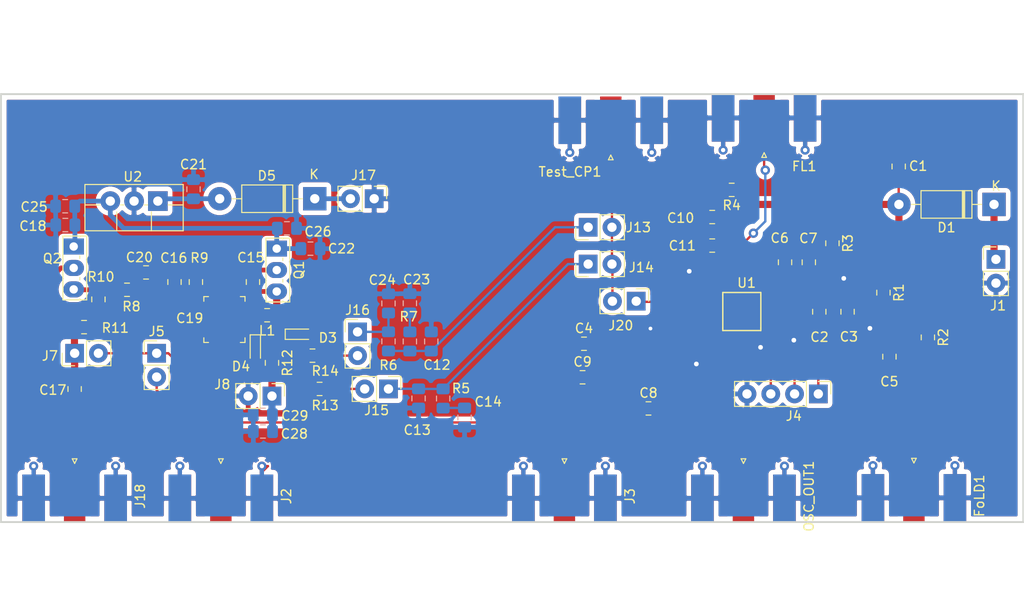
<source format=kicad_pcb>
(kicad_pcb (version 20171130) (host pcbnew "(5.1.5-0-10_14)")
  (layers (0 F.Cu signal) (31 B.Cu signal) (34 B.Paste user) (35 F.Paste user) (36 B.SilkS user) (37 F.SilkS user) (38 B.Mask user) (39 F.Mask user) (44 Edge.Cuts user))
  (net 0 "")
  (net 1 GND)
  (net 2 "Net-(C4-Pad1)")
  (net 3 "Net-(C8-Pad1)")
  (net 4 "Net-(C9-Pad2)")
  (net 5 PLL_Power)
  (net 6 "Net-(C12-Pad2)")
  (net 7 "Net-(C15-Pad1)")
  (net 8 "Net-(C15-Pad2)")
  (net 9 8V)
  (net 10 "Net-(C20-Pad2)")
  (net 11 "Net-(C21-Pad1)")
  (net 12 "Net-(D1-Pad1)")
  (net 13 "Net-(D3-Pad1)")
  (net 14 "Net-(D5-Pad1)")
  (net 15 "Net-(J2-Pad1)")
  (net 16 "Net-(J13-Pad2)")
  (net 17 V_uC)
  (net 18 Vp)
  (net 19 Vcc)
  (net 20 CE)
  (net 21 F_IN)
  (net 22 OSC_IN)
  (net 23 CPo)
  (net 24 LE)
  (net 25 Data)
  (net 26 FL)
  (net 27 FoLD)
  (net 28 OSC_OUT)
  (net 29 Clock)
  (net 30 "Net-(C13-Pad1)")
  (net 31 "Net-(C14-Pad1)")
  (net 32 "Net-(C17-Pad2)")
  (net 33 "Net-(C17-Pad1)")
  (net 34 "Net-(Q2-Pad3)")
  (net 35 "Net-(C23-Pad1)")
  (net 36 "Net-(C24-Pad1)")
  (net 37 "Net-(J15-Pad2)")
  (net 38 "Net-(J16-Pad2)")
  (net 39 "Net-(C28-Pad2)")
  (module Capacitor_SMD:C_0805_2012Metric_Pad1.15x1.40mm_HandSolder (layer B.Cu) (at 106.7308 112.2426)
    (fp_text reference C28 (at 3.3528 0.254) (layer F.SilkS))
    (fp_text value 100pF)
    (pad 2 smd roundrect (at 1.025 0) (size 1.15 1.4) (layers B.Cu B.Paste B.Mask) (roundrect_rratio 0.217391) (net 39 "Net-(C28-Pad2)"))
    (pad 1 smd roundrect (at -1.025 0) (size 1.15 1.4) (layers B.Cu B.Paste B.Mask) (roundrect_rratio 0.217391) (net 1 GND))
  )
  (module Capacitor_SMD:C_0805_2012Metric_Pad1.15x1.40mm_HandSolder (layer B.Cu) (at 106.7218 110.4646)
    (fp_text reference C29 (at 3.4126 0.1016) (layer F.SilkS))
    (fp_text value 100nF)
    (pad 1 smd roundrect (at -1.025 0) (size 1.15 1.4) (layers B.Cu B.Paste B.Mask) (roundrect_rratio 0.217391) (net 1 GND))
    (pad 2 smd roundrect (at 1.025 0) (size 1.15 1.4) (layers B.Cu B.Paste B.Mask) (roundrect_rratio 0.217391) (net 39 "Net-(C28-Pad2)"))
  )
  (module Capacitor_SMD:C_0805_2012Metric_Pad1.15x1.40mm_HandSolder (layer B.Cu) (at 109.2925 90.5383 180)
    (fp_text reference C26 (at -3.3184 -0.3556 180) (layer F.SilkS))
    (fp_text value 100pF)
    (pad 2 smd roundrect (at 1.025 0 180) (size 1.15 1.4) (layers B.Cu B.Paste B.Mask) (roundrect_rratio 0.217391) (net 9 8V))
    (pad 1 smd roundrect (at -1.025 0 180) (size 1.15 1.4) (layers B.Cu B.Paste B.Mask) (roundrect_rratio 0.217391) (net 1 GND))
  )
  (module Capacitor_SMD:C_0805_2012Metric_Pad1.15x1.40mm_HandSolder (layer B.Cu) (at 85.6017 88.1761)
    (fp_text reference C25 (at -3.3184 0.0762) (layer F.SilkS))
    (fp_text value 100pF)
    (pad 1 smd roundrect (at -1.025 0) (size 1.15 1.4) (layers B.Cu B.Paste B.Mask) (roundrect_rratio 0.217391) (net 1 GND))
    (pad 2 smd roundrect (at 1.025 0) (size 1.15 1.4) (layers B.Cu B.Paste B.Mask) (roundrect_rratio 0.217391) (net 9 8V))
  )
  (module Resistor_SMD:R_0805_2012Metric_Pad1.15x1.40mm_HandSolder (layer F.Cu) (at 112.023 104.14 180)
    (fp_text reference R14 (at -1.3626 -1.6383 180) (layer F.SilkS))
    (fp_text value 0k)
    (pad 2 smd roundrect (at 1.025 0 180) (size 1.15 1.4) (layers F.Cu F.Paste F.Mask) (roundrect_rratio 0.217391) (net 13 "Net-(D3-Pad1)"))
    (pad 1 smd roundrect (at -1.025 0 180) (size 1.15 1.4) (layers F.Cu F.Paste F.Mask) (roundrect_rratio 0.217391) (net 38 "Net-(J16-Pad2)"))
  )
  (module Resistor_SMD:R_0805_2012Metric_Pad1.15x1.40mm_HandSolder (layer F.Cu) (at 112.785 107.696)
    (fp_text reference R13 (at 0.5879 1.7653) (layer F.SilkS))
    (fp_text value 0k)
    (pad 1 smd roundrect (at -1.025 0) (size 1.15 1.4) (layers F.Cu F.Paste F.Mask) (roundrect_rratio 0.217391) (net 13 "Net-(D3-Pad1)"))
    (pad 2 smd roundrect (at 1.025 0) (size 1.15 1.4) (layers F.Cu F.Paste F.Mask) (roundrect_rratio 0.217391) (net 37 "Net-(J15-Pad2)"))
  )
  (module Resistor_SMD:R_0805_2012Metric_Pad1.15x1.40mm_HandSolder (layer F.Cu) (at 89.154 98.1292 270)
    (fp_text reference R10 (at -2.4093 -0.2667) (layer F.SilkS))
    (fp_text value 100k)
    (pad 1 smd roundrect (at -1.025 0 270) (size 1.15 1.4) (layers F.Cu F.Paste F.Mask) (roundrect_rratio 0.217391) (net 34 "Net-(Q2-Pad3)"))
    (pad 2 smd roundrect (at 1.025 0 270) (size 1.15 1.4) (layers F.Cu F.Paste F.Mask) (roundrect_rratio 0.217391) (net 1 GND))
  )
  (module Resistor_SMD:R_0805_2012Metric_Pad1.15x1.40mm_HandSolder (layer F.Cu) (at 107.696 104.911 270)
    (fp_text reference R12 (at 0 -1.65 270) (layer F.SilkS))
    (fp_text value 1k)
    (pad 1 smd roundrect (at -1.025 0 270) (size 1.15 1.4) (layers F.Cu F.Paste F.Mask) (roundrect_rratio 0.217391) (net 13 "Net-(D3-Pad1)"))
    (pad 2 smd roundrect (at 1.025 0 270) (size 1.15 1.4) (layers F.Cu F.Paste F.Mask) (roundrect_rratio 0.217391) (net 39 "Net-(C28-Pad2)"))
  )
  (module Capacitor_SMD:C_0805_2012Metric_Pad1.15x1.40mm_HandSolder (layer B.Cu) (at 120.142 98.561 90)
    (fp_text reference C24 (at 2.4982 -0.6604 180) (layer F.SilkS))
    (fp_text value 220nF)
    (pad 2 smd roundrect (at 1.025 0 90) (size 1.15 1.4) (layers B.Cu B.Paste B.Mask) (roundrect_rratio 0.217391) (net 1 GND))
    (pad 1 smd roundrect (at -1.025 0 90) (size 1.15 1.4) (layers B.Cu B.Paste B.Mask) (roundrect_rratio 0.217391) (net 36 "Net-(C24-Pad1)"))
  )
  (module Capacitor_SMD:C_0805_2012Metric_Pad1.15x1.40mm_HandSolder (layer B.Cu) (at 122.428 98.543 90)
    (fp_text reference C23 (at 2.531 0.7239 180) (layer F.SilkS))
    (fp_text value 80nF)
    (pad 1 smd roundrect (at -1.025 0 90) (size 1.15 1.4) (layers B.Cu B.Paste B.Mask) (roundrect_rratio 0.217391) (net 35 "Net-(C23-Pad1)"))
    (pad 2 smd roundrect (at 1.025 0 90) (size 1.15 1.4) (layers B.Cu B.Paste B.Mask) (roundrect_rratio 0.217391) (net 1 GND))
  )
  (module Capacitor_SMD:C_Trimmer_Murata_TZB4-B (layer F.Cu) (at 102.616 100.282 270)
    (fp_text reference C19 (at -0.1425 3.7084) (layer F.SilkS))
    (fp_text value "TZB4Z100BA10R00 ")
    (pad 1 smd rect (at -3 0 270) (size 2 1.6) (layers F.Cu F.Paste F.Mask) (net 8 "Net-(C15-Pad2)"))
    (pad 2 smd rect (at 3 0 270) (size 2 1.6) (layers F.Cu F.Paste F.Mask) (net 1 GND))
  )
  (module Resistor_SMD:R_0805_2012Metric_Pad1.15x1.40mm_HandSolder (layer B.Cu) (at 122.428 102.625 270)
    (fp_text reference R7 (at -2.6453 0.127 180) (layer F.SilkS))
    (fp_text value 62k)
    (pad 1 smd roundrect (at -1.025 0 270) (size 1.15 1.4) (layers B.Cu B.Paste B.Mask) (roundrect_rratio 0.217391) (net 35 "Net-(C23-Pad1)"))
    (pad 2 smd roundrect (at 1.025 0 270) (size 1.15 1.4) (layers B.Cu B.Paste B.Mask) (roundrect_rratio 0.217391) (net 6 "Net-(C12-Pad2)"))
  )
  (module Resistor_SMD:R_0805_2012Metric_Pad1.15x1.40mm_HandSolder (layer F.Cu) (at 92.211 97.1042)
    (fp_text reference R8 (at 0.4736 1.7907) (layer F.SilkS))
    (fp_text value "1 Ohm")
    (pad 2 smd roundrect (at 1.025 0) (size 1.15 1.4) (layers F.Cu F.Paste F.Mask) (roundrect_rratio 0.217391) (net 10 "Net-(C20-Pad2)"))
    (pad 1 smd roundrect (at -1.025 0) (size 1.15 1.4) (layers F.Cu F.Paste F.Mask) (roundrect_rratio 0.217391) (net 34 "Net-(Q2-Pad3)"))
  )
  (module Capacitor_SMD:C_0805_2012Metric_Pad1.15x1.40mm_HandSolder (layer F.Cu) (at 86.614 107.705 270)
    (fp_text reference C17 (at 0.1053 2.3368) (layer F.SilkS))
    (fp_text value 100nF)
    (pad 2 smd roundrect (at 1.025 0 270) (size 1.15 1.4) (layers F.Cu F.Paste F.Mask) (roundrect_rratio 0.217391) (net 32 "Net-(C17-Pad2)"))
    (pad 1 smd roundrect (at -1.025 0 270) (size 1.15 1.4) (layers F.Cu F.Paste F.Mask) (roundrect_rratio 0.217391) (net 33 "Net-(C17-Pad1)"))
  )
  (module Capacitor_SMD:C_0805_2012Metric_Pad1.15x1.40mm_HandSolder (layer B.Cu) (at 128.27 110.753 270)
    (fp_text reference C14 (at -1.6854 -2.5273) (layer F.SilkS))
    (fp_text value C)
    (pad 1 smd roundrect (at -1.025 0 270) (size 1.15 1.4) (layers B.Cu B.Paste B.Mask) (roundrect_rratio 0.217391) (net 31 "Net-(C14-Pad1)"))
    (pad 2 smd roundrect (at 1.025 0 270) (size 1.15 1.4) (layers B.Cu B.Paste B.Mask) (roundrect_rratio 0.217391) (net 1 GND))
  )
  (module Package_TO_SOT_THT:TO-251-3_Vertical (layer F.Cu) (at 86.5124 92.4814 270)
    (fp_text reference Q2 (at 1.2827 2.2987) (layer F.SilkS))
    (fp_text value "2N5486 JFET")
    (pad 3 thru_hole oval (at 4.58 0 270) (size 1.7175 2.2) (drill 0.9) (layers *.Cu *.Mask) (net 34 "Net-(Q2-Pad3)"))
    (pad 2 thru_hole oval (at 2.29 0 270) (size 1.7175 2.2) (drill 0.9) (layers *.Cu *.Mask) (net 33 "Net-(C17-Pad1)"))
    (pad 1 thru_hole rect (at 0 0 270) (size 1.7175 2.2) (drill 0.9) (layers *.Cu *.Mask) (net 9 8V))
  )
  (module Package_TO_SOT_THT:TO-251-3_Vertical (layer F.Cu) (at 108.204 92.706 270)
    (fp_text reference Q1 (at 2.29 -2.39 270) (layer F.SilkS))
    (fp_text value "2N5486 JFET")
    (pad 1 thru_hole rect (at 0 0 270) (size 1.7 2.2) (drill 0.9) (layers *.Cu *.Mask) (net 9 8V))
    (pad 2 thru_hole oval (at 2.29 0 270) (size 1.7 2.2) (drill 0.9) (layers *.Cu *.Mask) (net 7 "Net-(C15-Pad1)"))
    (pad 3 thru_hole oval (at 4.58 0 270) (size 1.7 2.2) (drill 0.9) (layers *.Cu *.Mask) (net 8 "Net-(C15-Pad2)"))
  )
  (module Connector_Coaxial:SMA_Molex_73251-1153_EdgeMount_Horizontal (layer F.Cu) (at 176.276 117.6092 90)
    (fp_text reference FoLD1 (at -1.5 7 90) (layer F.SilkS))
    (fp_text value Conn_Coaxial)
    (pad 2 smd rect (at 1.27 4.38 90) (size 0.95 0.46) (layers B.Cu) (net 1 GND))
    (pad 2 smd rect (at 1.27 -4.38 90) (size 0.95 0.46) (layers B.Cu) (net 1 GND))
    (pad 2 smd rect (at 1.27 4.38 90) (size 0.95 0.46) (layers F.Cu) (net 1 GND))
    (pad 2 smd rect (at 1.27 -4.38 90) (size 0.95 0.46) (layers F.Cu) (net 1 GND))
    (pad 2 thru_hole circle (at 1.72 4.38 90) (size 0.97 0.97) (drill 0.46) (layers *.Cu) (net 1 GND))
    (pad 2 thru_hole circle (at 1.72 -4.38 90) (size 0.97 0.97) (drill 0.46) (layers *.Cu) (net 1 GND))
    (pad 2 smd rect (at -1.72 4.38 90) (size 5.08 2.42) (layers B.Cu B.Paste B.Mask) (net 1 GND))
    (pad 2 smd rect (at -1.72 -4.38 90) (size 5.08 2.42) (layers B.Cu B.Paste B.Mask) (net 1 GND))
    (pad 2 smd rect (at -1.72 4.38 90) (size 5.08 2.42) (layers F.Cu F.Paste F.Mask) (net 1 GND))
    (pad 2 smd rect (at -1.72 -4.38 90) (size 5.08 2.42) (layers F.Cu F.Paste F.Mask) (net 1 GND))
    (pad 1 smd rect (at -1.72 0 90) (size 5.08 2.29) (layers F.Cu F.Paste F.Mask) (net 27 FoLD))
  )
  (module Connector_Coaxial:SMA_Molex_73251-1153_EdgeMount_Horizontal (layer F.Cu) (at 160.274 80.46 270)
    (fp_text reference FL1 (at 3.45652 -4.28244) (layer F.SilkS))
    (fp_text value Conn_Coaxial)
    (pad 1 smd rect (at -1.72 0 270) (size 5.08 2.29) (layers F.Cu F.Paste F.Mask) (net 26 FL))
    (pad 2 smd rect (at -1.72 -4.38 270) (size 5.08 2.42) (layers F.Cu F.Paste F.Mask) (net 1 GND))
    (pad 2 smd rect (at -1.72 4.38 270) (size 5.08 2.42) (layers F.Cu F.Paste F.Mask) (net 1 GND))
    (pad 2 smd rect (at -1.72 -4.38 270) (size 5.08 2.42) (layers B.Cu B.Paste B.Mask) (net 1 GND))
    (pad 2 smd rect (at -1.72 4.38 270) (size 5.08 2.42) (layers B.Cu B.Paste B.Mask) (net 1 GND))
    (pad 2 thru_hole circle (at 1.72 -4.38 270) (size 0.97 0.97) (drill 0.46) (layers *.Cu) (net 1 GND))
    (pad 2 thru_hole circle (at 1.72 4.38 270) (size 0.97 0.97) (drill 0.46) (layers *.Cu) (net 1 GND))
    (pad 2 smd rect (at 1.27 -4.38 270) (size 0.95 0.46) (layers F.Cu) (net 1 GND))
    (pad 2 smd rect (at 1.27 4.38 270) (size 0.95 0.46) (layers F.Cu) (net 1 GND))
    (pad 2 smd rect (at 1.27 -4.38 270) (size 0.95 0.46) (layers B.Cu) (net 1 GND))
    (pad 2 smd rect (at 1.27 4.38 270) (size 0.95 0.46) (layers B.Cu) (net 1 GND))
  )
  (module Connector_Coaxial:SMA_Molex_73251-1153_EdgeMount_Horizontal (layer F.Cu) (at 143.891 80.714 270)
    (fp_text reference Test_CP1 (at 3.78672 4.35356) (layer F.SilkS))
    (fp_text value Conn_Coaxial)
    (pad 2 smd rect (at 1.27 4.38 270) (size 0.95 0.46) (layers B.Cu) (net 1 GND))
    (pad 2 smd rect (at 1.27 -4.38 270) (size 0.95 0.46) (layers B.Cu) (net 1 GND))
    (pad 2 smd rect (at 1.27 4.38 270) (size 0.95 0.46) (layers F.Cu) (net 1 GND))
    (pad 2 smd rect (at 1.27 -4.38 270) (size 0.95 0.46) (layers F.Cu) (net 1 GND))
    (pad 2 thru_hole circle (at 1.72 4.38 270) (size 0.97 0.97) (drill 0.46) (layers *.Cu) (net 1 GND))
    (pad 2 thru_hole circle (at 1.72 -4.38 270) (size 0.97 0.97) (drill 0.46) (layers *.Cu) (net 1 GND))
    (pad 2 smd rect (at -1.72 4.38 270) (size 5.08 2.42) (layers B.Cu B.Paste B.Mask) (net 1 GND))
    (pad 2 smd rect (at -1.72 -4.38 270) (size 5.08 2.42) (layers B.Cu B.Paste B.Mask) (net 1 GND))
    (pad 2 smd rect (at -1.72 4.38 270) (size 5.08 2.42) (layers F.Cu F.Paste F.Mask) (net 1 GND))
    (pad 2 smd rect (at -1.72 -4.38 270) (size 5.08 2.42) (layers F.Cu F.Paste F.Mask) (net 1 GND))
    (pad 1 smd rect (at -1.72 0 270) (size 5.08 2.29) (layers F.Cu F.Paste F.Mask) (net 16 "Net-(J13-Pad2)"))
  )
  (module Connector_Coaxial:SMA_Molex_73251-1153_EdgeMount_Horizontal (layer F.Cu) (at 158.0642 117.66 90)
    (fp_text reference OSC_OUT1 (at -1.5 7 90) (layer F.SilkS))
    (fp_text value Conn_Coaxial)
    (pad 1 smd rect (at -1.72 0 90) (size 5.08 2.29) (layers F.Cu F.Paste F.Mask) (net 28 OSC_OUT))
    (pad 2 smd rect (at -1.72 -4.38 90) (size 5.08 2.42) (layers F.Cu F.Paste F.Mask) (net 1 GND))
    (pad 2 smd rect (at -1.72 4.38 90) (size 5.08 2.42) (layers F.Cu F.Paste F.Mask) (net 1 GND))
    (pad 2 smd rect (at -1.72 -4.38 90) (size 5.08 2.42) (layers B.Cu B.Paste B.Mask) (net 1 GND))
    (pad 2 smd rect (at -1.72 4.38 90) (size 5.08 2.42) (layers B.Cu B.Paste B.Mask) (net 1 GND))
    (pad 2 thru_hole circle (at 1.72 -4.38 90) (size 0.97 0.97) (drill 0.46) (layers *.Cu) (net 1 GND))
    (pad 2 thru_hole circle (at 1.72 4.38 90) (size 0.97 0.97) (drill 0.46) (layers *.Cu) (net 1 GND))
    (pad 2 smd rect (at 1.27 -4.38 90) (size 0.95 0.46) (layers F.Cu) (net 1 GND))
    (pad 2 smd rect (at 1.27 4.38 90) (size 0.95 0.46) (layers F.Cu) (net 1 GND))
    (pad 2 smd rect (at 1.27 -4.38 90) (size 0.95 0.46) (layers B.Cu) (net 1 GND))
    (pad 2 smd rect (at 1.27 4.38 90) (size 0.95 0.46) (layers B.Cu) (net 1 GND))
  )
  (module Capacitor_SMD:C_0805_2012Metric_Pad1.15x1.40mm_HandSolder (layer F.Cu) (at 174.6504 83.9306 270)
    (fp_text reference C1 (at -0.04456 -2.0828) (layer F.SilkS))
    (fp_text value C)
    (pad 1 smd roundrect (at -1.025 0 270) (size 1.15 1.4) (layers F.Cu F.Paste F.Mask) (roundrect_rratio 0.217391) (net 1 GND))
    (pad 2 smd roundrect (at 1.025 0 270) (size 1.15 1.4) (layers F.Cu F.Paste F.Mask) (roundrect_rratio 0.217391) (net 5 PLL_Power))
  )
  (module Capacitor_SMD:C_0805_2012Metric_Pad1.15x1.40mm_HandSolder (layer F.Cu) (at 166.1668 99.45 90)
    (fp_text reference C2 (at -2.7088 0.02032 180) (layer F.SilkS))
    (fp_text value 100nF)
    (pad 1 smd roundrect (at -1.025 0 90) (size 1.15 1.4) (layers F.Cu F.Paste F.Mask) (roundrect_rratio 0.217391) (net 1 GND))
    (pad 2 smd roundrect (at 1.025 0 90) (size 1.15 1.4) (layers F.Cu F.Paste F.Mask) (roundrect_rratio 0.217391) (net 17 V_uC))
  )
  (module Capacitor_SMD:C_0805_2012Metric_Pad1.15x1.40mm_HandSolder (layer F.Cu) (at 169.1894 99.45 90)
    (fp_text reference C3 (at -2.67324 0.14224 180) (layer F.SilkS))
    (fp_text value 100pF)
    (pad 2 smd roundrect (at 1.025 0 90) (size 1.15 1.4) (layers F.Cu F.Paste F.Mask) (roundrect_rratio 0.217391) (net 17 V_uC))
    (pad 1 smd roundrect (at -1.025 0 90) (size 1.15 1.4) (layers F.Cu F.Paste F.Mask) (roundrect_rratio 0.217391) (net 1 GND))
  )
  (module Capacitor_SMD:C_0805_2012Metric_Pad1.15x1.40mm_HandSolder (layer F.Cu) (at 141.0298 102.87)
    (fp_text reference C4 (at 0 -1.65) (layer F.SilkS))
    (fp_text value 1000pF)
    (pad 2 smd roundrect (at 1.025 0) (size 1.15 1.4) (layers F.Cu F.Paste F.Mask) (roundrect_rratio 0.217391) (net 21 F_IN))
    (pad 1 smd roundrect (at -1.025 0) (size 1.15 1.4) (layers F.Cu F.Paste F.Mask) (roundrect_rratio 0.217391) (net 2 "Net-(C4-Pad1)"))
  )
  (module Capacitor_SMD:C_0805_2012Metric_Pad1.15x1.40mm_HandSolder (layer F.Cu) (at 173.6598 104.2506 90)
    (fp_text reference C5 (at -2.66308 -0.00508 180) (layer F.SilkS))
    (fp_text value 100nF)
    (pad 2 smd roundrect (at 1.025 0 90) (size 1.15 1.4) (layers F.Cu F.Paste F.Mask) (roundrect_rratio 0.217391) (net 20 CE))
    (pad 1 smd roundrect (at -1.025 0 90) (size 1.15 1.4) (layers F.Cu F.Paste F.Mask) (roundrect_rratio 0.217391) (net 1 GND))
  )
  (module Capacitor_SMD:C_0805_2012Metric_Pad1.15x1.40mm_HandSolder (layer F.Cu) (at 162.5092 94.1668 90)
    (fp_text reference C6 (at 2.5871 -0.5715 180) (layer F.SilkS))
    (fp_text value 100nF)
    (pad 1 smd roundrect (at -1.025 0 90) (size 1.15 1.4) (layers F.Cu F.Paste F.Mask) (roundrect_rratio 0.217391) (net 1 GND))
    (pad 2 smd roundrect (at 1.025 0 90) (size 1.15 1.4) (layers F.Cu F.Paste F.Mask) (roundrect_rratio 0.217391) (net 19 Vcc))
  )
  (module Capacitor_SMD:C_0805_2012Metric_Pad1.15x1.40mm_HandSolder (layer F.Cu) (at 165.0492 94.1668 90)
    (fp_text reference C7 (at 2.5617 -0.0508 180) (layer F.SilkS))
    (fp_text value 100pF)
    (pad 1 smd roundrect (at -1.025 0 90) (size 1.15 1.4) (layers F.Cu F.Paste F.Mask) (roundrect_rratio 0.217391) (net 1 GND))
    (pad 2 smd roundrect (at 1.025 0 90) (size 1.15 1.4) (layers F.Cu F.Paste F.Mask) (roundrect_rratio 0.217391) (net 19 Vcc))
  )
  (module Capacitor_SMD:C_0805_2012Metric_Pad1.15x1.40mm_HandSolder (layer F.Cu) (at 147.9206 109.7788)
    (fp_text reference C8 (at 0 -1.65) (layer F.SilkS))
    (fp_text value 1000pF)
    (pad 2 smd roundrect (at 1.025 0) (size 1.15 1.4) (layers F.Cu F.Paste F.Mask) (roundrect_rratio 0.217391) (net 22 OSC_IN))
    (pad 1 smd roundrect (at -1.025 0) (size 1.15 1.4) (layers F.Cu F.Paste F.Mask) (roundrect_rratio 0.217391) (net 3 "Net-(C8-Pad1)"))
  )
  (module Capacitor_SMD:C_0805_2012Metric_Pad1.15x1.40mm_HandSolder (layer F.Cu) (at 140.8774 106.4514)
    (fp_text reference C9 (at 0 -1.65) (layer F.SilkS))
    (fp_text value 100nF)
    (pad 2 smd roundrect (at 1.025 0) (size 1.15 1.4) (layers F.Cu F.Paste F.Mask) (roundrect_rratio 0.217391) (net 4 "Net-(C9-Pad2)"))
    (pad 1 smd roundrect (at -1.025 0) (size 1.15 1.4) (layers F.Cu F.Paste F.Mask) (roundrect_rratio 0.217391) (net 1 GND))
  )
  (module Capacitor_SMD:C_0805_2012Metric_Pad1.15x1.40mm_HandSolder (layer F.Cu) (at 154.7278 89.3318)
    (fp_text reference C10 (at -3.3692 0.1016) (layer F.SilkS))
    (fp_text value 100nF)
    (pad 2 smd roundrect (at 1.025 0) (size 1.15 1.4) (layers F.Cu F.Paste F.Mask) (roundrect_rratio 0.217391) (net 18 Vp))
    (pad 1 smd roundrect (at -1.025 0) (size 1.15 1.4) (layers F.Cu F.Paste F.Mask) (roundrect_rratio 0.217391) (net 1 GND))
  )
  (module Capacitor_SMD:C_0805_2012Metric_Pad1.15x1.40mm_HandSolder (layer F.Cu) (at 154.7278 92.3798)
    (fp_text reference C11 (at -3.1914 0.0127) (layer F.SilkS))
    (fp_text value 100pF)
    (pad 1 smd roundrect (at -1.025 0) (size 1.15 1.4) (layers F.Cu F.Paste F.Mask) (roundrect_rratio 0.217391) (net 1 GND))
    (pad 2 smd roundrect (at 1.025 0) (size 1.15 1.4) (layers F.Cu F.Paste F.Mask) (roundrect_rratio 0.217391) (net 18 Vp))
  )
  (module Capacitor_SMD:C_0805_2012Metric_Pad1.15x1.40mm_HandSolder (layer B.Cu) (at 124.714 102.625 270)
    (fp_text reference C12 (at 2.5056 -0.6096) (layer F.SilkS))
    (fp_text value 12nF)
    (pad 2 smd roundrect (at 1.025 0 270) (size 1.15 1.4) (layers B.Cu B.Paste B.Mask) (roundrect_rratio 0.217391) (net 6 "Net-(C12-Pad2)"))
    (pad 1 smd roundrect (at -1.025 0 270) (size 1.15 1.4) (layers B.Cu B.Paste B.Mask) (roundrect_rratio 0.217391) (net 1 GND))
  )
  (module Capacitor_SMD:C_0805_2012Metric_Pad1.15x1.40mm_HandSolder (layer B.Cu) (at 123.3551 108.7083 270)
    (fp_text reference C13 (at 3.3819 0.1397) (layer F.SilkS))
    (fp_text value C)
    (pad 2 smd roundrect (at 1.025 0 270) (size 1.15 1.4) (layers B.Cu B.Paste B.Mask) (roundrect_rratio 0.217391) (net 1 GND))
    (pad 1 smd roundrect (at -1.025 0 270) (size 1.15 1.4) (layers B.Cu B.Paste B.Mask) (roundrect_rratio 0.217391) (net 30 "Net-(C13-Pad1)"))
  )
  (module Capacitor_SMD:C_0805_2012Metric_Pad1.15x1.40mm_HandSolder (layer F.Cu) (at 105.664 96.275 270)
    (fp_text reference C15 (at -2.6125 0.2286) (layer F.SilkS))
    (fp_text value 47pF)
    (pad 1 smd roundrect (at -1.025 0 270) (size 1.15 1.4) (layers F.Cu F.Paste F.Mask) (roundrect_rratio 0.217391) (net 7 "Net-(C15-Pad1)"))
    (pad 2 smd roundrect (at 1.025 0 270) (size 1.15 1.4) (layers F.Cu F.Paste F.Mask) (roundrect_rratio 0.217391) (net 8 "Net-(C15-Pad2)"))
  )
  (module Capacitor_SMD:C_0805_2012Metric_Pad1.15x1.40mm_HandSolder (layer F.Cu) (at 97.282 96.275 90)
    (fp_text reference C16 (at 2.5744 -0.0762 180) (layer F.SilkS))
    (fp_text value 100pF)
    (pad 2 smd roundrect (at 1.025 0 90) (size 1.15 1.4) (layers F.Cu F.Paste F.Mask) (roundrect_rratio 0.217391) (net 7 "Net-(C15-Pad1)"))
    (pad 1 smd roundrect (at -1.025 0 90) (size 1.15 1.4) (layers F.Cu F.Paste F.Mask) (roundrect_rratio 0.217391) (net 1 GND))
  )
  (module Capacitor_SMD:C_0805_2012Metric_Pad1.15x1.40mm_HandSolder (layer B.Cu) (at 85.6197 90.1827)
    (fp_text reference C18 (at -3.4634 0.1143) (layer F.SilkS))
    (fp_text value 100nF)
    (pad 1 smd roundrect (at -1.025 0) (size 1.15 1.4) (layers B.Cu B.Paste B.Mask) (roundrect_rratio 0.217391) (net 1 GND))
    (pad 2 smd roundrect (at 1.025 0) (size 1.15 1.4) (layers B.Cu B.Paste B.Mask) (roundrect_rratio 0.217391) (net 9 8V))
  )
  (module Capacitor_SMD:C_0805_2012Metric_Pad1.15x1.40mm_HandSolder (layer F.Cu) (at 94.243 95.25 180)
    (fp_text reference C20 (at 0.7075 1.6129 180) (layer F.SilkS))
    (fp_text value 10pF)
    (pad 1 smd roundrect (at -1.025 0 180) (size 1.15 1.4) (layers F.Cu F.Paste F.Mask) (roundrect_rratio 0.217391) (net 7 "Net-(C15-Pad1)"))
    (pad 2 smd roundrect (at 1.025 0 180) (size 1.15 1.4) (layers F.Cu F.Paste F.Mask) (roundrect_rratio 0.217391) (net 10 "Net-(C20-Pad2)"))
  )
  (module Capacitor_SMD:C_0805_2012Metric_Pad1.15x1.40mm_HandSolder (layer B.Cu) (at 99.314 86.36 90)
    (fp_text reference C21 (at 2.6416 0) (layer F.SilkS))
    (fp_text value 100nF)
    (pad 1 smd roundrect (at -1.025 0 90) (size 1.15 1.4) (layers B.Cu B.Paste B.Mask) (roundrect_rratio 0.217391) (net 11 "Net-(C21-Pad1)"))
    (pad 2 smd roundrect (at 1.025 0 90) (size 1.15 1.4) (layers B.Cu B.Paste B.Mask) (roundrect_rratio 0.217391) (net 1 GND))
  )
  (module Capacitor_SMD:C_0805_2012Metric_Pad1.15x1.40mm_HandSolder (layer B.Cu) (at 111.8071 92.71 180)
    (fp_text reference C22 (at -3.3184 0 180) (layer F.SilkS))
    (fp_text value 100nF)
    (pad 1 smd roundrect (at -1.025 0 180) (size 1.15 1.4) (layers B.Cu B.Paste B.Mask) (roundrect_rratio 0.217391) (net 1 GND))
    (pad 2 smd roundrect (at 1.025 0 180) (size 1.15 1.4) (layers B.Cu B.Paste B.Mask) (roundrect_rratio 0.217391) (net 9 8V))
  )
  (module Diode_THT:D_DO-41_SOD81_P10.16mm_Horizontal (layer F.Cu) (at 184.8358 87.9856 180)
    (fp_text reference D1 (at 5.08 -2.47 180) (layer F.SilkS))
    (fp_text value DIODE)
    (fp_text user K (at -0.21336 1.9812 180) (layer F.SilkS))
    (pad 1 thru_hole rect (at 0 0 180) (size 2.5 2.5) (drill 1) (layers *.Cu *.Mask) (net 12 "Net-(D1-Pad1)"))
    (pad 2 thru_hole oval (at 10.16 0 180) (size 2.5 2.5) (drill 1) (layers *.Cu *.Mask) (net 5 PLL_Power))
  )
  (module Diode_SMD:D_SC-80_HandSoldering (layer F.Cu) (at 110.914 101.854)
    (fp_text reference D3 (at 2.751 0.381) (layer F.SilkS))
    (fp_text value ???)
    (pad 1 smd rect (at -1.1 0) (size 1.1 0.6) (layers F.Cu F.Paste F.Mask) (net 13 "Net-(D3-Pad1)"))
    (pad 2 smd rect (at 1.1 0) (size 1.1 0.6) (layers F.Cu F.Paste F.Mask) (net 8 "Net-(C15-Pad2)"))
  )
  (module Diode_SMD:D_SC-80_HandSoldering (layer F.Cu) (at 105.918 103.716 270)
    (fp_text reference D4 (at 1.5797 1.5367) (layer F.SilkS))
    (fp_text value ???)
    (pad 2 smd rect (at 1.1 0 270) (size 1.1 0.6) (layers F.Cu F.Paste F.Mask) (net 1 GND))
    (pad 1 smd rect (at -1.1 0 270) (size 1.1 0.6) (layers F.Cu F.Paste F.Mask) (net 13 "Net-(D3-Pad1)"))
  )
  (module Diode_THT:D_DO-41_SOD81_P10.16mm_Horizontal (layer F.Cu) (at 112.268 87.376 180)
    (fp_text reference D5 (at 5.1308 2.4511 180) (layer F.SilkS))
    (fp_text value DIODE)
    (fp_text user K (at 0.0762 2.6035 180) (layer F.SilkS))
    (pad 2 thru_hole oval (at 10.16 0 180) (size 2.5 2.5) (drill 1) (layers *.Cu *.Mask) (net 11 "Net-(C21-Pad1)"))
    (pad 1 thru_hole rect (at 0 0 180) (size 2.5 2.5) (drill 1) (layers *.Cu *.Mask) (net 14 "Net-(D5-Pad1)"))
  )
  (module Connector_PinHeader_2.54mm:PinHeader_1x02_P2.54mm_Vertical (layer F.Cu) (at 185.039 93.853)
    (fp_text reference J1 (at 0.2286 4.94792) (layer F.SilkS))
    (fp_text value Conn_01x02_Male)
    (pad 2 thru_hole oval (at 0 2.54) (size 2 2) (drill 1) (layers *.Cu *.Mask) (net 1 GND))
    (pad 1 thru_hole rect (at 0 0) (size 2 2) (drill 1) (layers *.Cu *.Mask) (net 12 "Net-(D1-Pad1)"))
  )
  (module Connector_Coaxial:SMA_Molex_73251-1153_EdgeMount_Horizontal (layer F.Cu) (at 102.235 117.66 90)
    (fp_text reference J2 (at -1.5 7 90) (layer F.SilkS))
    (fp_text value Conn_Coaxial)
    (pad 2 smd rect (at 1.27 4.38 90) (size 0.95 0.46) (layers B.Cu) (net 1 GND))
    (pad 2 smd rect (at 1.27 -4.38 90) (size 0.95 0.46) (layers B.Cu) (net 1 GND))
    (pad 2 smd rect (at 1.27 4.38 90) (size 0.95 0.46) (layers F.Cu) (net 1 GND))
    (pad 2 smd rect (at 1.27 -4.38 90) (size 0.95 0.46) (layers F.Cu) (net 1 GND))
    (pad 2 thru_hole circle (at 1.72 4.38 90) (size 0.97 0.97) (drill 0.46) (layers *.Cu) (net 1 GND))
    (pad 2 thru_hole circle (at 1.72 -4.38 90) (size 0.97 0.97) (drill 0.46) (layers *.Cu) (net 1 GND))
    (pad 2 smd rect (at -1.72 4.38 90) (size 5.08 2.42) (layers B.Cu B.Paste B.Mask) (net 1 GND))
    (pad 2 smd rect (at -1.72 -4.38 90) (size 5.08 2.42) (layers B.Cu B.Paste B.Mask) (net 1 GND))
    (pad 2 smd rect (at -1.72 4.38 90) (size 5.08 2.42) (layers F.Cu F.Paste F.Mask) (net 1 GND))
    (pad 2 smd rect (at -1.72 -4.38 90) (size 5.08 2.42) (layers F.Cu F.Paste F.Mask) (net 1 GND))
    (pad 1 smd rect (at -1.72 0 90) (size 5.08 2.29) (layers F.Cu F.Paste F.Mask) (net 15 "Net-(J2-Pad1)"))
  )
  (module Connector_Coaxial:SMA_Molex_73251-1153_EdgeMount_Horizontal (layer F.Cu) (at 138.938 117.66 90)
    (fp_text reference J3 (at -1.5 7 90) (layer F.SilkS))
    (fp_text value Conn_Coaxial)
    (pad 1 smd rect (at -1.72 0 90) (size 5.08 2.29) (layers F.Cu F.Paste F.Mask) (net 3 "Net-(C8-Pad1)"))
    (pad 2 smd rect (at -1.72 -4.38 90) (size 5.08 2.42) (layers F.Cu F.Paste F.Mask) (net 1 GND))
    (pad 2 smd rect (at -1.72 4.38 90) (size 5.08 2.42) (layers F.Cu F.Paste F.Mask) (net 1 GND))
    (pad 2 smd rect (at -1.72 -4.38 90) (size 5.08 2.42) (layers B.Cu B.Paste B.Mask) (net 1 GND))
    (pad 2 smd rect (at -1.72 4.38 90) (size 5.08 2.42) (layers B.Cu B.Paste B.Mask) (net 1 GND))
    (pad 2 thru_hole circle (at 1.72 -4.38 90) (size 0.97 0.97) (drill 0.46) (layers *.Cu) (net 1 GND))
    (pad 2 thru_hole circle (at 1.72 4.38 90) (size 0.97 0.97) (drill 0.46) (layers *.Cu) (net 1 GND))
    (pad 2 smd rect (at 1.27 -4.38 90) (size 0.95 0.46) (layers F.Cu) (net 1 GND))
    (pad 2 smd rect (at 1.27 4.38 90) (size 0.95 0.46) (layers F.Cu) (net 1 GND))
    (pad 2 smd rect (at 1.27 -4.38 90) (size 0.95 0.46) (layers B.Cu) (net 1 GND))
    (pad 2 smd rect (at 1.27 4.38 90) (size 0.95 0.46) (layers B.Cu) (net 1 GND))
  )
  (module Connector_PinHeader_2.54mm:PinHeader_1x04_P2.54mm_Vertical (layer F.Cu) (at 166.0652 108.2294 270)
    (fp_text reference J4 (at 2.3622 2.62128) (layer F.SilkS))
    (fp_text value Conn_01x04_Male)
    (pad 1 thru_hole rect (at 0 0 270) (size 2 2) (drill 1) (layers *.Cu *.Mask) (net 24 LE))
    (pad 2 thru_hole oval (at 0 2.54 270) (size 2 2) (drill 1) (layers *.Cu *.Mask) (net 25 Data))
    (pad 3 thru_hole oval (at 0 5.08 270) (size 2 2) (drill 1) (layers *.Cu *.Mask) (net 29 Clock))
    (pad 4 thru_hole oval (at 0 7.62 270) (size 2 2) (drill 1) (layers *.Cu *.Mask) (net 1 GND))
  )
  (module Connector_PinHeader_2.54mm:PinHeader_1x02_P2.54mm_Vertical (layer F.Cu) (at 95.377 103.886)
    (fp_text reference J5 (at 0 -2.33) (layer F.SilkS))
    (fp_text value Conn_01x02_Male)
    (pad 1 thru_hole rect (at 0 0) (size 2 2) (drill 1) (layers *.Cu *.Mask) (net 2 "Net-(C4-Pad1)"))
    (pad 2 thru_hole oval (at 0 2.54) (size 2 2) (drill 1) (layers *.Cu *.Mask) (net 15 "Net-(J2-Pad1)"))
  )
  (module Connector_PinHeader_2.54mm:PinHeader_1x02_P2.54mm_Vertical (layer F.Cu) (at 86.614 103.886 90)
    (fp_text reference J7 (at -0.2794 -2.6416 180) (layer F.SilkS))
    (fp_text value Conn_01x02_Male)
    (pad 2 thru_hole oval (at 0 2.54 90) (size 2 2) (drill 1) (layers *.Cu *.Mask) (net 2 "Net-(C4-Pad1)"))
    (pad 1 thru_hole rect (at 0 0 90) (size 2 2) (drill 1) (layers *.Cu *.Mask) (net 33 "Net-(C17-Pad1)"))
  )
  (module Connector_PinHeader_2.54mm:PinHeader_1x02_P2.54mm_Vertical (layer F.Cu) (at 107.696 108.458 270)
    (fp_text reference J8 (at -1.2446 5.3086) (layer F.SilkS))
    (fp_text value Conn_01x02_Male)
    (pad 1 thru_hole rect (at 0 0 270) (size 2 2) (drill 1) (layers *.Cu *.Mask) (net 39 "Net-(C28-Pad2)"))
    (pad 2 thru_hole oval (at 0 2.54 270) (size 2 2) (drill 1) (layers *.Cu *.Mask) (net 1 GND))
  )
  (module Connector_PinHeader_2.54mm:PinHeader_1x02_P2.54mm_Vertical (layer F.Cu) (at 141.478 90.424 90)
    (fp_text reference J13 (at -0.02032 5.37464 180) (layer F.SilkS))
    (fp_text value Conn_01x02_Male)
    (pad 2 thru_hole oval (at 0 2.54 90) (size 2 2) (drill 1) (layers *.Cu *.Mask) (net 16 "Net-(J13-Pad2)"))
    (pad 1 thru_hole rect (at 0 0 90) (size 2 2) (drill 1) (layers *.Cu *.Mask) (net 6 "Net-(C12-Pad2)"))
  )
  (module Connector_PinHeader_2.54mm:PinHeader_1x02_P2.54mm_Vertical (layer F.Cu) (at 141.478 94.361 90)
    (fp_text reference J14 (at -0.3556 5.68452 180) (layer F.SilkS))
    (fp_text value Conn_01x02_Male)
    (pad 1 thru_hole rect (at 0 0 90) (size 2 2) (drill 1) (layers *.Cu *.Mask) (net 30 "Net-(C13-Pad1)"))
    (pad 2 thru_hole oval (at 0 2.54 90) (size 2 2) (drill 1) (layers *.Cu *.Mask) (net 16 "Net-(J13-Pad2)"))
  )
  (module Connector_PinHeader_2.54mm:PinHeader_1x02_P2.54mm_Vertical (layer F.Cu) (at 120.142 107.696 270)
    (fp_text reference J15 (at 2.286 1.27) (layer F.SilkS))
    (fp_text value Conn_01x02_Male)
    (pad 2 thru_hole oval (at 0 2.54 270) (size 2 2) (drill 1) (layers *.Cu *.Mask) (net 37 "Net-(J15-Pad2)"))
    (pad 1 thru_hole rect (at 0 0 270) (size 2 2) (drill 1) (layers *.Cu *.Mask) (net 30 "Net-(C13-Pad1)"))
  )
  (module Connector_PinHeader_2.54mm:PinHeader_1x02_P2.54mm_Vertical (layer F.Cu) (at 116.84 101.6)
    (fp_text reference J16 (at 0 -2.33) (layer F.SilkS))
    (fp_text value Conn_01x02_Male)
    (pad 1 thru_hole rect (at 0 0) (size 2 2) (drill 1) (layers *.Cu *.Mask) (net 36 "Net-(C24-Pad1)"))
    (pad 2 thru_hole oval (at 0 2.54) (size 2 2) (drill 1) (layers *.Cu *.Mask) (net 38 "Net-(J16-Pad2)"))
  )
  (module Connector_PinHeader_2.54mm:PinHeader_1x02_P2.54mm_Vertical (layer F.Cu) (at 118.618 87.376 270)
    (fp_text reference J17 (at -2.5019 1.143) (layer F.SilkS))
    (fp_text value Conn_01x02_Male)
    (pad 1 thru_hole rect (at 0 0 270) (size 2 2) (drill 1) (layers *.Cu *.Mask) (net 1 GND))
    (pad 2 thru_hole oval (at 0 2.54 270) (size 2 2) (drill 1) (layers *.Cu *.Mask) (net 14 "Net-(D5-Pad1)"))
  )
  (module Connector_Coaxial:SMA_Molex_73251-1153_EdgeMount_Horizontal (layer F.Cu) (at 86.614 117.66 90)
    (fp_text reference J18 (at -1.5 7 90) (layer F.SilkS))
    (fp_text value Conn_Coaxial)
    (pad 1 smd rect (at -1.72 0 90) (size 5.08 2.29) (layers F.Cu F.Paste F.Mask) (net 32 "Net-(C17-Pad2)"))
    (pad 2 smd rect (at -1.72 -4.38 90) (size 5.08 2.42) (layers F.Cu F.Paste F.Mask) (net 1 GND))
    (pad 2 smd rect (at -1.72 4.38 90) (size 5.08 2.42) (layers F.Cu F.Paste F.Mask) (net 1 GND))
    (pad 2 smd rect (at -1.72 -4.38 90) (size 5.08 2.42) (layers B.Cu B.Paste B.Mask) (net 1 GND))
    (pad 2 smd rect (at -1.72 4.38 90) (size 5.08 2.42) (layers B.Cu B.Paste B.Mask) (net 1 GND))
    (pad 2 thru_hole circle (at 1.72 -4.38 90) (size 0.97 0.97) (drill 0.46) (layers *.Cu) (net 1 GND))
    (pad 2 thru_hole circle (at 1.72 4.38 90) (size 0.97 0.97) (drill 0.46) (layers *.Cu) (net 1 GND))
    (pad 2 smd rect (at 1.27 -4.38 90) (size 0.95 0.46) (layers F.Cu) (net 1 GND))
    (pad 2 smd rect (at 1.27 4.38 90) (size 0.95 0.46) (layers F.Cu) (net 1 GND))
    (pad 2 smd rect (at 1.27 -4.38 90) (size 0.95 0.46) (layers B.Cu) (net 1 GND))
    (pad 2 smd rect (at 1.27 4.38 90) (size 0.95 0.46) (layers B.Cu) (net 1 GND))
  )
  (module Connector_PinHeader_2.54mm:PinHeader_1x02_P2.54mm_Vertical (layer F.Cu) (at 146.6088 98.3234 270)
    (fp_text reference J20 (at 2.60096 1.64592) (layer F.SilkS))
    (fp_text value Conn_01x02_Male)
    (pad 2 thru_hole oval (at 0 2.54 270) (size 2 2) (drill 1) (layers *.Cu *.Mask) (net 16 "Net-(J13-Pad2)"))
    (pad 1 thru_hole rect (at 0 0 270) (size 2 2) (drill 1) (layers *.Cu *.Mask) (net 23 CPo))
  )
  (module Inductor_SMD:L_0805_2012Metric_Pad1.15x1.40mm_HandSolder (layer F.Cu) (at 107.179 99.822 180)
    (fp_text reference L1 (at 0 -1.65 180) (layer F.SilkS))
    (fp_text value 680nH)
    (pad 2 smd roundrect (at 1.025 0 180) (size 1.15 1.4) (layers F.Cu F.Paste F.Mask) (roundrect_rratio 0.217391) (net 1 GND))
    (pad 1 smd roundrect (at -1.025 0 180) (size 1.15 1.4) (layers F.Cu F.Paste F.Mask) (roundrect_rratio 0.217391) (net 8 "Net-(C15-Pad2)"))
  )
  (module Resistor_SMD:R_0805_2012Metric_Pad1.15x1.40mm_HandSolder (layer B.Cu) (at 125.984 108.721 90)
    (fp_text reference R5 (at 1.0758 1.905 180) (layer F.SilkS))
    (fp_text value R)
    (pad 2 smd roundrect (at 1.025 0 90) (size 1.15 1.4) (layers B.Cu B.Paste B.Mask) (roundrect_rratio 0.217391) (net 30 "Net-(C13-Pad1)"))
    (pad 1 smd roundrect (at -1.025 0 90) (size 1.15 1.4) (layers B.Cu B.Paste B.Mask) (roundrect_rratio 0.217391) (net 31 "Net-(C14-Pad1)"))
  )
  (module Resistor_SMD:R_0805_2012Metric_Pad1.15x1.40mm_HandSolder (layer B.Cu) (at 120.142 102.616 270)
    (fp_text reference R6 (at 2.54 0) (layer F.SilkS))
    (fp_text value 1k)
    (pad 2 smd roundrect (at 1.025 0 270) (size 1.15 1.4) (layers B.Cu B.Paste B.Mask) (roundrect_rratio 0.217391) (net 6 "Net-(C12-Pad2)"))
    (pad 1 smd roundrect (at -1.025 0 270) (size 1.15 1.4) (layers B.Cu B.Paste B.Mask) (roundrect_rratio 0.217391) (net 36 "Net-(C24-Pad1)"))
  )
  (module Resistor_SMD:R_0805_2012Metric_Pad1.15x1.40mm_HandSolder (layer F.Cu) (at 99.568 96.275 270)
    (fp_text reference R9 (at -2.5744 -0.381) (layer F.SilkS))
    (fp_text value 1k)
    (pad 1 smd roundrect (at -1.025 0 270) (size 1.15 1.4) (layers F.Cu F.Paste F.Mask) (roundrect_rratio 0.217391) (net 7 "Net-(C15-Pad1)"))
    (pad 2 smd roundrect (at 1.025 0 270) (size 1.15 1.4) (layers F.Cu F.Paste F.Mask) (roundrect_rratio 0.217391) (net 1 GND))
  )
  (module Resistor_SMD:R_0805_2012Metric_Pad1.15x1.40mm_HandSolder (layer F.Cu) (at 87.621 101.092)
    (fp_text reference R11 (at 3.3364 0.0889) (layer F.SilkS))
    (fp_text value 1k)
    (pad 2 smd roundrect (at 1.025 0) (size 1.15 1.4) (layers F.Cu F.Paste F.Mask) (roundrect_rratio 0.217391) (net 1 GND))
    (pad 1 smd roundrect (at -1.025 0) (size 1.15 1.4) (layers F.Cu F.Paste F.Mask) (roundrect_rratio 0.217391) (net 33 "Net-(C17-Pad1)"))
  )
  (module Package_TO_SOT_THT:TO-220F-3_Vertical (layer F.Cu) (at 95.504 87.63 180)
    (fp_text reference U2 (at 2.6797 2.6035 180) (layer F.SilkS))
    (fp_text value L7808)
    (pad 1 thru_hole rect (at 0 0 180) (size 2.1 2.1) (drill 1) (layers *.Cu *.Mask) (net 11 "Net-(C21-Pad1)"))
    (pad 2 thru_hole oval (at 2.54 0 180) (size 2.1 2.1) (drill 1) (layers *.Cu *.Mask) (net 1 GND))
    (pad 3 thru_hole oval (at 5.08 0 180) (size 2.1 2.1) (drill 1) (layers *.Cu *.Mask) (net 9 8V))
  )
  (module LT:LMX231X (layer F.Cu) (at 158.4 95.87)
    (fp_text reference U1 (at 0 0.5) (layer F.SilkS))
    (fp_text value LMX231X)
    (pad 1 smd rect (at -2 2) (size 0.45 0.3) (layers F.Cu F.Paste F.Mask) (net 1 GND))
    (pad 2 smd rect (at -2 2.5) (size 0.45 0.3) (layers F.Cu F.Paste F.Mask) (net 23 CPo))
    (pad 3 smd rect (at -2 3) (size 0.45 0.3) (layers F.Cu F.Paste F.Mask) (net 1 GND))
    (pad 4 smd rect (at -2 3.5) (size 0.45 0.3) (layers F.Cu F.Paste F.Mask) (net 21 F_IN))
    (pad 5 smd rect (at -2 4) (size 0.45 0.3) (layers F.Cu F.Paste F.Mask) (net 4 "Net-(C9-Pad2)"))
    (pad 6 smd rect (at -2 4.5) (size 0.45 0.3) (layers F.Cu F.Paste F.Mask) (net 22 OSC_IN))
    (pad 7 smd rect (at -2 5) (size 0.45 0.3) (layers F.Cu F.Paste F.Mask) (net 1 GND))
    (pad 17 smd rect (at 0.95 2) (size 0.45 0.3) (layers F.Cu F.Paste F.Mask) (net 1 GND))
    (pad 16 smd rect (at 0.95 2.5) (size 0.45 0.3) (layers F.Cu F.Paste F.Mask) (net 17 V_uC))
    (pad 15 smd rect (at 0.95 3) (size 0.45 0.3) (layers F.Cu F.Paste F.Mask) (net 20 CE))
    (pad 14 smd rect (at 0.95 3.5) (size 0.45 0.3) (layers F.Cu F.Paste F.Mask) (net 1 GND))
    (pad 13 smd rect (at 0.95 4) (size 0.45 0.3) (layers F.Cu F.Paste F.Mask) (net 24 LE))
    (pad 12 smd rect (at 0.95 4.5) (size 0.45 0.3) (layers F.Cu F.Paste F.Mask) (net 25 Data))
    (pad 11 smd rect (at 0.95 5) (size 0.45 0.3) (layers F.Cu F.Paste F.Mask) (net 1 GND))
    (pad 19 smd rect (at -0.525 2.025 90) (size 0.45 0.3) (layers F.Cu F.Paste F.Mask) (net 26 FL))
    (pad 9 smd rect (at -0.525 4.975 90) (size 0.45 0.3) (layers F.Cu F.Paste F.Mask) (net 27 FoLD))
    (pad 20 smd rect (at -1.025 2.025 90) (size 0.45 0.3) (layers F.Cu F.Paste F.Mask) (net 18 Vp))
    (pad 18 smd rect (at -0.025 2.025 90) (size 0.45 0.3) (layers F.Cu F.Paste F.Mask) (net 19 Vcc))
    (pad 8 smd rect (at -1.025 4.975 90) (size 0.45 0.3) (layers F.Cu F.Paste F.Mask) (net 28 OSC_OUT))
    (pad 10 smd rect (at -0.025 4.975 90) (size 0.45 0.3) (layers F.Cu F.Paste F.Mask) (net 29 Clock))
  )
  (module Resistor_SMD:R_0805_2012Metric_Pad1.15x1.40mm_HandSolder (layer F.Cu) (at 173.02 97.41 270)
    (fp_text reference R1 (at 0 -1.65 90) (layer F.SilkS))
    (fp_text value 18)
    (pad 1 smd roundrect (at -1.025 0 270) (size 1.15 1.4) (layers F.Cu F.Paste F.Mask) (roundrect_rratio 0.217391) (net 5 PLL_Power))
    (pad 2 smd roundrect (at 1.025 0 270) (size 1.15 1.4) (layers F.Cu F.Paste F.Mask) (roundrect_rratio 0.217391) (net 17 V_uC))
  )
  (module Resistor_SMD:R_0805_2012Metric_Pad1.15x1.40mm_HandSolder (layer F.Cu) (at 177.77 102.19 270)
    (fp_text reference R2 (at 0 -1.65 90) (layer F.SilkS))
    (fp_text value 10k)
    (pad 1 smd roundrect (at -1.025 0 270) (size 1.15 1.4) (layers F.Cu F.Paste F.Mask) (roundrect_rratio 0.217391) (net 5 PLL_Power))
    (pad 2 smd roundrect (at 1.025 0 270) (size 1.15 1.4) (layers F.Cu F.Paste F.Mask) (roundrect_rratio 0.217391) (net 20 CE))
  )
  (module Resistor_SMD:R_0805_2012Metric_Pad1.15x1.40mm_HandSolder (layer F.Cu) (at 167.57 92.135 270)
    (fp_text reference R3 (at 0 -1.65 90) (layer F.SilkS))
    (fp_text value 18)
    (pad 1 smd roundrect (at -1.025 0 270) (size 1.15 1.4) (layers F.Cu F.Paste F.Mask) (roundrect_rratio 0.217391) (net 5 PLL_Power))
    (pad 2 smd roundrect (at 1.025 0 270) (size 1.15 1.4) (layers F.Cu F.Paste F.Mask) (roundrect_rratio 0.217391) (net 19 Vcc))
  )
  (module Resistor_SMD:R_0805_2012Metric_Pad1.15x1.40mm_HandSolder (layer F.Cu) (at 156.81 86.43 180)
    (fp_text reference R4 (at 0 -1.65) (layer F.SilkS))
    (fp_text value 18)
    (pad 1 smd roundrect (at -1.025 0 180) (size 1.15 1.4) (layers F.Cu F.Paste F.Mask) (roundrect_rratio 0.217391) (net 5 PLL_Power))
    (pad 2 smd roundrect (at 1.025 0 180) (size 1.15 1.4) (layers F.Cu F.Paste F.Mask) (roundrect_rratio 0.217391) (net 18 Vp))
  )
  (gr_line (start 187.96 76.2) (end 78.74 76.2) (layer Edge.Cuts) (width 0.2))
  (gr_line (start 187.96 121.92) (end 187.96 76.2) (layer Edge.Cuts) (width 0.2))
  (gr_line (start 78.74 121.92) (end 187.96 121.92) (layer Edge.Cuts) (width 0.2))
  (gr_line (start 78.74 76.2) (end 78.74 121.92) (layer Edge.Cuts) (width 0.2))
  (via (at 159.893 103.251) (size 0.8) (drill 0.5) (layers F.Cu B.Cu) (net 1))
  (segment (start 159.3596 102.7176) (end 159.893 103.251) (width 0.762) (layer F.Cu) (net 1))
  (segment (start 159.3596 100.8902) (end 159.3596 102.7176) (width 0.25) (layer F.Cu) (net 1))
  (via (at 168.783 95.885) (size 0.8) (drill 0.5) (layers F.Cu B.Cu) (net 1))
  (segment (start 159.3596 97.8902) (end 161.1898 97.8902) (width 0.25) (layer F.Cu) (net 1))
  (segment (start 161.1898 97.8902) (end 162.433 96.647) (width 0.25) (layer F.Cu) (net 1))
  (segment (start 168.021 96.647) (end 168.783 95.885) (width 0.762) (layer F.Cu) (net 1))
  (segment (start 162.433 96.647) (end 168.021 96.647) (width 0.25) (layer F.Cu) (net 1))
  (segment (start 156.3346 100.8902) (end 153.035 104.1898) (width 0.25) (layer F.Cu) (net 1))
  (segment (start 156.4096 100.8902) (end 156.3346 100.8902) (width 0.25) (layer F.Cu) (net 1))
  (segment (start 153.035 104.1898) (end 153.035 105.029) (width 0.762) (layer F.Cu) (net 1))
  (segment (start 155.9346 97.8902) (end 153.1674 95.123) (width 0.25) (layer F.Cu) (net 1))
  (segment (start 156.4096 97.8902) (end 155.9346 97.8902) (width 0.25) (layer F.Cu) (net 1))
  (segment (start 153.1674 95.123) (end 152.273 95.123) (width 0.762) (layer F.Cu) (net 1))
  (segment (start 160.60702 99.3902) (end 162.687 101.47018) (width 0.25) (layer F.Cu) (net 1))
  (segment (start 159.3596 99.3902) (end 160.60702 99.3902) (width 0.25) (layer F.Cu) (net 1))
  (segment (start 162.687 101.47018) (end 162.687 101.727) (width 0.25) (layer F.Cu) (net 1))
  (segment (start 162.687 101.727) (end 163.449 102.489) (width 0.762) (layer F.Cu) (net 1))
  (via (at 171.577 101.219) (size 0.8) (drill 0.5) (layers F.Cu B.Cu) (net 1))
  (segment (start 143.318 115.8384) (end 143.318 119.2784) (width 0.25) (layer F.Cu) (net 1))
  (segment (start 134.558 115.8384) (end 134.558 119.2784) (width 0.25) (layer F.Cu) (net 1))
  (segment (start 153.7096 115.8384) (end 153.7096 119.2784) (width 0.25) (layer F.Cu) (net 1))
  (segment (start 162.4696 115.8384) (end 162.4696 119.2784) (width 0.25) (layer F.Cu) (net 1))
  (segment (start 171.9468 115.7622) (end 171.9468 119.2022) (width 0.25) (layer F.Cu) (net 1))
  (segment (start 180.7068 115.7622) (end 180.7068 119.2022) (width 0.25) (layer F.Cu) (net 1))
  (via (at 152.273 95.123) (size 0.9) (drill 0.5) (layers F.Cu B.Cu) (net 1))
  (via (at 163.449 102.489) (size 0.8) (drill 0.5) (layers F.Cu B.Cu) (net 1))
  (via (at 153.035 105.029) (size 0.8) (drill 0.5) (layers F.Cu B.Cu) (net 1))
  (via (at 148.1328 101.2444) (size 0.8) (drill 0.4) (layers F.Cu B.Cu) (net 1))
  (segment (start 148.9202 100.457) (end 148.1328 101.2444) (width 0.762) (layer F.Cu) (net 1))
  (segment (start 149.0726 100.457) (end 148.9202 100.457) (width 0.25) (layer F.Cu) (net 1))
  (segment (start 150.5966 98.933) (end 149.0726 100.457) (width 0.25) (layer F.Cu) (net 1))
  (segment (start 152.14459 98.933) (end 150.5966 98.933) (width 0.25) (layer F.Cu) (net 1))
  (segment (start 156.4096 98.8902) (end 152.18739 98.8902) (width 0.25) (layer F.Cu) (net 1))
  (segment (start 152.18739 98.8902) (end 152.14459 98.933) (width 0.25) (layer F.Cu) (net 1))
  (segment (start 139.511 78.994) (end 139.511 82.434) (width 0.25) (layer F.Cu) (net 1))
  (segment (start 148.271 81.784) (end 148.271 82.434) (width 0.25) (layer F.Cu) (net 1))
  (segment (start 148.271 78.994) (end 148.271 81.784) (width 0.25) (layer F.Cu) (net 1))
  (segment (start 155.894 78.74) (end 155.894 82.18) (width 0.25) (layer F.Cu) (net 1))
  (segment (start 164.654 78.74) (end 164.654 82.18) (width 0.25) (layer F.Cu) (net 1))
  (segment (start 97.855 115.94) (end 97.855 119.38) (width 0.25) (layer F.Cu) (net 1))
  (segment (start 106.615 116.59) (end 106.615 119.38) (width 0.25) (layer F.Cu) (net 1))
  (segment (start 107.265 115.94) (end 106.615 116.59) (width 0.25) (layer F.Cu) (net 1))
  (segment (start 106.615 115.94) (end 107.265 115.94) (width 0.25) (layer F.Cu) (net 1))
  (segment (start 82.234 115.94) (end 82.234 119.38) (width 0.25) (layer F.Cu) (net 1))
  (segment (start 90.994 115.94) (end 90.994 119.38) (width 0.25) (layer F.Cu) (net 1))
  (segment (start 171.896 116.5392) (end 171.896 115.8892) (width 0.25) (layer F.Cu) (net 1))
  (segment (start 171.896 119.3292) (end 171.896 116.5392) (width 0.25) (layer F.Cu) (net 1))
  (segment (start 171.896 116.5392) (end 171.896 115.8892) (width 0.25) (layer B.Cu) (net 1))
  (segment (start 171.896 119.3292) (end 171.896 116.5392) (width 0.25) (layer B.Cu) (net 1))
  (segment (start 90.994 115.94) (end 90.994 119.38) (width 0.25) (layer B.Cu) (net 1))
  (segment (start 106.615 115.94) (end 106.615 119.38) (width 0.25) (layer B.Cu) (net 1))
  (segment (start 139.3298 102.87) (end 130.9224 111.2774) (width 0.25) (layer F.Cu) (net 2))
  (segment (start 140.0048 102.87) (end 139.3298 102.87) (width 0.25) (layer F.Cu) (net 2))
  (segment (start 96.627 103.886) (end 95.377 103.886) (width 0.25) (layer F.Cu) (net 2))
  (segment (start 104.0184 111.2774) (end 96.627 103.886) (width 0.25) (layer F.Cu) (net 2))
  (segment (start 130.9224 111.2774) (end 104.0184 111.2774) (width 0.25) (layer F.Cu) (net 2))
  (segment (start 89.154 103.886) (end 95.377 103.886) (width 0.25) (layer F.Cu) (net 2))
  (segment (start 146.8956 109.7788) (end 144.4752 109.7788) (width 0.25) (layer F.Cu) (net 3))
  (segment (start 138.938 115.316) (end 138.938 119.2784) (width 0.25) (layer F.Cu) (net 3))
  (segment (start 144.4752 109.7788) (end 138.938 115.316) (width 0.25) (layer F.Cu) (net 3))
  (segment (start 142.525772 107.074772) (end 141.9024 106.4514) (width 0.25) (layer F.Cu) (net 4))
  (segment (start 142.92741 107.47641) (end 142.525772 107.074772) (width 0.25) (layer F.Cu) (net 4))
  (segment (start 146.77759 107.47641) (end 142.92741 107.47641) (width 0.25) (layer F.Cu) (net 4))
  (segment (start 154.3638 99.8902) (end 146.77759 107.47641) (width 0.25) (layer F.Cu) (net 4))
  (segment (start 156.4096 99.8902) (end 154.3638 99.8902) (width 0.25) (layer F.Cu) (net 4))
  (segment (start 174.6758 94.742) (end 173.0502 96.3676) (width 0.762) (layer F.Cu) (net 5))
  (segment (start 174.6758 87.9856) (end 174.6758 94.742) (width 0.762) (layer F.Cu) (net 5))
  (segment (start 170.4848 87.9856) (end 167.4114 91.059) (width 0.762) (layer F.Cu) (net 5))
  (segment (start 174.6758 87.9856) (end 170.4848 87.9856) (width 0.762) (layer F.Cu) (net 5))
  (segment (start 159.2326 87.9856) (end 157.8102 86.5632) (width 0.762) (layer F.Cu) (net 5))
  (segment (start 170.4848 87.9856) (end 159.2326 87.9856) (width 0.762) (layer F.Cu) (net 5))
  (segment (start 174.6758 94.742) (end 174.6758 94.9198) (width 0.25) (layer F.Cu) (net 5))
  (segment (start 177.7492 97.9932) (end 177.7492 101.1936) (width 0.762) (layer F.Cu) (net 5))
  (segment (start 174.6758 94.9198) (end 177.7492 97.9932) (width 0.762) (layer F.Cu) (net 5))
  (segment (start 174.6504 87.9602) (end 174.6758 87.9856) (width 0.25) (layer F.Cu) (net 5))
  (segment (start 174.6504 84.9556) (end 174.6504 87.9602) (width 0.25) (layer F.Cu) (net 5))
  (segment (start 137.94 90.424) (end 124.714 103.65) (width 0.25) (layer B.Cu) (net 6))
  (segment (start 141.478 90.424) (end 137.94 90.424) (width 0.25) (layer B.Cu) (net 6))
  (segment (start 120.151 103.65) (end 120.142 103.641) (width 0.25) (layer B.Cu) (net 6))
  (segment (start 124.705 103.641) (end 124.714 103.65) (width 0.25) (layer B.Cu) (net 6))
  (segment (start 120.142 103.641) (end 124.705 103.641) (width 0.25) (layer B.Cu) (net 6))
  (segment (start 105.918 94.996) (end 105.664 95.25) (width 0.508) (layer F.Cu) (net 7))
  (segment (start 108.204 94.996) (end 105.918 94.996) (width 0.508) (layer F.Cu) (net 7))
  (segment (start 105.664 95.25) (end 99.568 95.25) (width 0.508) (layer F.Cu) (net 7))
  (segment (start 99.568 95.25) (end 97.282 95.25) (width 0.508) (layer F.Cu) (net 7))
  (segment (start 97.282 95.25) (end 95.268 95.25) (width 0.508) (layer F.Cu) (net 7))
  (segment (start 108.204 99.022) (end 108.204 97.286) (width 0.762) (layer F.Cu) (net 8))
  (segment (start 108.204 99.822) (end 108.204 99.022) (width 0.762) (layer F.Cu) (net 8))
  (segment (start 105.678 97.286) (end 105.664 97.3) (width 0.25) (layer F.Cu) (net 8))
  (segment (start 108.204 97.286) (end 105.678 97.286) (width 0.508) (layer F.Cu) (net 8))
  (segment (start 102.634 97.3) (end 102.616 97.282) (width 0.25) (layer F.Cu) (net 8))
  (segment (start 105.664 97.3) (end 102.634 97.3) (width 0.508) (layer F.Cu) (net 8))
  (segment (start 110.363 99.822) (end 110.49 99.695) (width 0.25) (layer F.Cu) (net 8))
  (segment (start 108.204 99.822) (end 110.363 99.822) (width 0.762) (layer F.Cu) (net 8))
  (segment (start 112.54 101.328) (end 112.014 101.854) (width 0.762) (layer F.Cu) (net 8))
  (segment (start 112.54 99.695) (end 112.54 101.328) (width 0.762) (layer F.Cu) (net 8))
  (segment (start 112.413 99.822) (end 112.54 99.695) (width 0.25) (layer F.Cu) (net 8))
  (segment (start 110.363 99.822) (end 112.413 99.822) (width 0.762) (layer F.Cu) (net 8))
  (segment (start 86.614 92.3798) (end 86.5124 92.4814) (width 0.25) (layer F.Cu) (net 9))
  (segment (start 110.7781 92.706) (end 110.7821 92.71) (width 0.25) (layer B.Cu) (net 9))
  (segment (start 108.204 92.706) (end 110.7781 92.706) (width 0.508) (layer B.Cu) (net 9))
  (segment (start 108.204 90.6018) (end 108.2675 90.5383) (width 0.25) (layer B.Cu) (net 9))
  (segment (start 108.204 92.706) (end 108.204 90.6018) (width 0.508) (layer B.Cu) (net 9))
  (segment (start 107.5925 90.5383) (end 108.2675 90.5383) (width 0.25) (layer B.Cu) (net 9))
  (segment (start 91.847376 90.5383) (end 107.5925 90.5383) (width 0.508) (layer B.Cu) (net 9))
  (segment (start 90.424 89.114924) (end 91.847376 90.5383) (width 0.508) (layer B.Cu) (net 9))
  (segment (start 90.424 87.63) (end 90.424 89.114924) (width 0.508) (layer B.Cu) (net 9))
  (segment (start 87.1728 87.63) (end 86.6267 88.1761) (width 0.25) (layer B.Cu) (net 9))
  (segment (start 90.424 87.63) (end 87.1728 87.63) (width 0.508) (layer B.Cu) (net 9))
  (segment (start 86.6267 90.1647) (end 86.6447 90.1827) (width 0.25) (layer B.Cu) (net 9))
  (segment (start 86.6267 88.1761) (end 86.6267 90.1647) (width 0.508) (layer B.Cu) (net 9))
  (segment (start 86.6447 92.3491) (end 86.5124 92.4814) (width 0.25) (layer B.Cu) (net 9))
  (segment (start 86.6447 90.1827) (end 86.6447 92.3491) (width 0.508) (layer B.Cu) (net 9))
  (segment (start 93.218 97.0862) (end 93.236 97.1042) (width 0.25) (layer F.Cu) (net 10))
  (segment (start 93.218 95.25) (end 93.218 97.0862) (width 0.508) (layer F.Cu) (net 10))
  (segment (start 99.323 87.376) (end 99.314 87.385) (width 0.25) (layer B.Cu) (net 11))
  (segment (start 102.108 87.376) (end 99.323 87.376) (width 0.508) (layer B.Cu) (net 11))
  (segment (start 95.749 87.385) (end 95.504 87.63) (width 0.25) (layer B.Cu) (net 11))
  (segment (start 99.314 87.385) (end 95.749 87.385) (width 0.508) (layer B.Cu) (net 11))
  (segment (start 184.8358 93.6498) (end 185.039 93.853) (width 0.25) (layer F.Cu) (net 12))
  (segment (start 184.8358 87.9856) (end 184.8358 93.6498) (width 0.762) (layer F.Cu) (net 12))
  (segment (start 111.76 104.902) (end 110.998 104.14) (width 0.762) (layer F.Cu) (net 13))
  (segment (start 111.76 107.696) (end 111.76 104.902) (width 0.762) (layer F.Cu) (net 13))
  (segment (start 110.064 101.854) (end 109.814 101.854) (width 0.25) (layer F.Cu) (net 13))
  (segment (start 105.918 102.366) (end 105.918 102.616) (width 0.25) (layer F.Cu) (net 13))
  (segment (start 109.728 101.854) (end 109.814 101.854) (width 0.25) (layer F.Cu) (net 13))
  (segment (start 106.468 102.616) (end 105.918 102.616) (width 0.762) (layer F.Cu) (net 13))
  (segment (start 107.696 103.886) (end 107.696 102.616) (width 0.762) (layer F.Cu) (net 13))
  (segment (start 107.696 102.616) (end 106.468 102.616) (width 0.762) (layer F.Cu) (net 13))
  (segment (start 108.458 101.854) (end 109.814 101.854) (width 0.762) (layer F.Cu) (net 13))
  (segment (start 107.696 102.616) (end 108.458 101.854) (width 0.762) (layer F.Cu) (net 13))
  (segment (start 110.998 104.14) (end 109.8042 102.9462) (width 0.762) (layer F.Cu) (net 13))
  (segment (start 109.814 102.9364) (end 109.814 101.854) (width 0.762) (layer F.Cu) (net 13))
  (segment (start 109.8042 102.9462) (end 109.814 102.9364) (width 0.25) (layer F.Cu) (net 13))
  (segment (start 114.663787 87.376) (end 112.268 87.376) (width 0.508) (layer B.Cu) (net 14))
  (segment (start 116.078 87.376) (end 114.663787 87.376) (width 0.508) (layer B.Cu) (net 14))
  (segment (start 102.235 116.59) (end 102.235 119.38) (width 0.25) (layer F.Cu) (net 15))
  (segment (start 102.235 114.698213) (end 102.235 116.59) (width 0.25) (layer F.Cu) (net 15))
  (segment (start 95.377 107.840213) (end 102.235 114.698213) (width 0.25) (layer F.Cu) (net 15))
  (segment (start 95.377 106.426) (end 95.377 107.840213) (width 0.25) (layer F.Cu) (net 15))
  (segment (start 144.0688 94.4118) (end 144.018 94.361) (width 0.25) (layer F.Cu) (net 16))
  (segment (start 144.0688 98.3234) (end 144.0688 94.4118) (width 0.25) (layer F.Cu) (net 16))
  (segment (start 144.018 92.946787) (end 144.018 90.424) (width 0.25) (layer F.Cu) (net 16))
  (segment (start 144.018 94.361) (end 144.018 92.946787) (width 0.25) (layer F.Cu) (net 16))
  (segment (start 144.018 79.121) (end 143.891 78.994) (width 0.25) (layer F.Cu) (net 16))
  (segment (start 144.018 90.424) (end 144.018 79.121) (width 0.25) (layer F.Cu) (net 16))
  (segment (start 166.132 98.3902) (end 166.1668 98.425) (width 0.25) (layer F.Cu) (net 17))
  (segment (start 159.3596 98.3902) (end 166.132 98.3902) (width 0.25) (layer F.Cu) (net 17))
  (segment (start 166.1668 98.425) (end 169.1894 98.425) (width 0.25) (layer F.Cu) (net 17))
  (segment (start 173.0428 98.425) (end 173.0502 98.4176) (width 0.25) (layer F.Cu) (net 17))
  (segment (start 169.1894 98.425) (end 173.0428 98.425) (width 0.25) (layer F.Cu) (net 17))
  (segment (start 157.3846 97.9152) (end 157.3846 96.1198) (width 0.25) (layer F.Cu) (net 18))
  (segment (start 155.7528 94.488) (end 155.7528 92.3798) (width 0.25) (layer F.Cu) (net 18))
  (segment (start 157.3846 96.1198) (end 155.7528 94.488) (width 0.25) (layer F.Cu) (net 18))
  (segment (start 155.7528 91.5798) (end 155.7528 89.3318) (width 0.25) (layer F.Cu) (net 18))
  (segment (start 155.7528 92.3798) (end 155.7528 91.5798) (width 0.25) (layer F.Cu) (net 18))
  (segment (start 155.7528 86.5706) (end 155.7602 86.5632) (width 0.25) (layer F.Cu) (net 18))
  (segment (start 155.7528 89.3318) (end 155.7528 86.5706) (width 0.25) (layer F.Cu) (net 18))
  (segment (start 158.3846 97.9152) (end 158.3846 95.8694) (width 0.25) (layer F.Cu) (net 19))
  (segment (start 161.1122 93.1418) (end 162.5092 93.1418) (width 0.25) (layer F.Cu) (net 19))
  (segment (start 158.3846 95.8694) (end 161.1122 93.1418) (width 0.25) (layer F.Cu) (net 19))
  (segment (start 163.3092 93.1418) (end 165.0492 93.1418) (width 0.25) (layer F.Cu) (net 19))
  (segment (start 162.5092 93.1418) (end 163.3092 93.1418) (width 0.25) (layer F.Cu) (net 19))
  (segment (start 167.3786 93.1418) (end 167.4114 93.109) (width 0.25) (layer F.Cu) (net 19))
  (segment (start 165.0492 93.1418) (end 167.3786 93.1418) (width 0.25) (layer F.Cu) (net 19))
  (segment (start 159.3596 98.8902) (end 161.1202 98.8902) (width 0.25) (layer F.Cu) (net 20))
  (segment (start 165.4556 103.2256) (end 173.6598 103.2256) (width 0.25) (layer F.Cu) (net 20))
  (segment (start 161.1202 98.8902) (end 165.4556 103.2256) (width 0.25) (layer F.Cu) (net 20))
  (segment (start 177.7312 103.2256) (end 177.7492 103.2436) (width 0.25) (layer F.Cu) (net 20))
  (segment (start 173.6598 103.2256) (end 177.7312 103.2256) (width 0.25) (layer F.Cu) (net 20))
  (segment (start 156.4096 99.3902) (end 152.3238 99.3902) (width 0.25) (layer F.Cu) (net 21))
  (segment (start 148.844 102.87) (end 142.0548 102.87) (width 0.25) (layer F.Cu) (net 21))
  (segment (start 152.3238 99.3902) (end 148.844 102.87) (width 0.25) (layer F.Cu) (net 21))
  (segment (start 156.4096 100.3902) (end 155.3878 100.3902) (width 0.25) (layer F.Cu) (net 22))
  (segment (start 148.9456 106.8324) (end 148.9456 109.7788) (width 0.25) (layer F.Cu) (net 22))
  (segment (start 155.3878 100.3902) (end 148.9456 106.8324) (width 0.25) (layer F.Cu) (net 22))
  (segment (start 146.6756 98.3902) (end 146.6088 98.3234) (width 0.25) (layer F.Cu) (net 23))
  (segment (start 156.4096 98.3902) (end 146.6756 98.3902) (width 0.25) (layer F.Cu) (net 23))
  (segment (start 166.0652 106.6292) (end 166.0652 108.2294) (width 0.25) (layer F.Cu) (net 24))
  (segment (start 161.671 102.235) (end 166.0652 106.6292) (width 0.25) (layer F.Cu) (net 24))
  (segment (start 161.671 101.09059) (end 161.671 102.235) (width 0.25) (layer F.Cu) (net 24))
  (segment (start 160.47061 99.8902) (end 161.671 101.09059) (width 0.25) (layer F.Cu) (net 24))
  (segment (start 159.3596 99.8902) (end 160.47061 99.8902) (width 0.25) (layer F.Cu) (net 24))
  (segment (start 163.5252 105.8672) (end 163.5252 108.2294) (width 0.25) (layer F.Cu) (net 25))
  (segment (start 160.909 103.251) (end 163.5252 105.8672) (width 0.25) (layer F.Cu) (net 25))
  (segment (start 160.909 100.965) (end 160.909 103.251) (width 0.25) (layer F.Cu) (net 25))
  (segment (start 160.343009 100.399009) (end 160.909 100.965) (width 0.25) (layer F.Cu) (net 25))
  (segment (start 159.3596 100.3902) (end 159.368409 100.399009) (width 0.25) (layer F.Cu) (net 25))
  (segment (start 159.368409 100.399009) (end 160.343009 100.399009) (width 0.25) (layer F.Cu) (net 25))
  (via (at 159.131 91.059) (size 1) (drill 0.5) (layers F.Cu B.Cu) (net 26))
  (segment (start 157.8846 92.3054) (end 159.131 91.059) (width 0.25) (layer F.Cu) (net 26))
  (segment (start 157.8846 97.9152) (end 157.8846 92.3054) (width 0.25) (layer F.Cu) (net 26))
  (via (at 160.401 84.328) (size 1) (drill 0.5) (layers F.Cu B.Cu) (net 26))
  (segment (start 160.274 84.201) (end 160.401 84.328) (width 0.25) (layer F.Cu) (net 26))
  (segment (start 160.274 78.74) (end 160.274 84.201) (width 0.25) (layer F.Cu) (net 26))
  (segment (start 160.401 89.789) (end 159.131 91.059) (width 0.25) (layer B.Cu) (net 26))
  (segment (start 160.401 84.328) (end 160.401 89.789) (width 0.25) (layer B.Cu) (net 26))
  (segment (start 157.8846 100.8652) (end 157.8846 103.2274) (width 0.25) (layer F.Cu) (net 27))
  (segment (start 157.8846 103.2274) (end 156.083 105.029) (width 0.25) (layer F.Cu) (net 27))
  (segment (start 156.083 105.029) (end 156.083 110.617) (width 0.25) (layer F.Cu) (net 27))
  (segment (start 156.083 110.617) (end 157.353 111.887) (width 0.25) (layer F.Cu) (net 27))
  (segment (start 157.353 111.887) (end 173.863 111.887) (width 0.25) (layer F.Cu) (net 27))
  (segment (start 176.3268 114.3508) (end 176.3268 119.2022) (width 0.25) (layer F.Cu) (net 27))
  (segment (start 173.863 111.887) (end 176.3268 114.3508) (width 0.25) (layer F.Cu) (net 27))
  (segment (start 157.3846 100.8652) (end 157.3846 101.4414) (width 0.25) (layer F.Cu) (net 28))
  (segment (start 157.3846 101.4414) (end 154.559 104.267) (width 0.25) (layer F.Cu) (net 28))
  (segment (start 154.559 104.267) (end 154.559 111.633) (width 0.25) (layer F.Cu) (net 28))
  (segment (start 154.559 111.633) (end 158.0896 115.1636) (width 0.25) (layer F.Cu) (net 28))
  (segment (start 158.0896 115.1636) (end 158.0896 119.2784) (width 0.25) (layer F.Cu) (net 28))
  (segment (start 158.3846 100.8652) (end 158.3846 103.2666) (width 0.25) (layer F.Cu) (net 29))
  (segment (start 160.9852 105.8672) (end 160.9852 108.2294) (width 0.25) (layer F.Cu) (net 29))
  (segment (start 158.3846 103.2666) (end 160.9852 105.8672) (width 0.25) (layer F.Cu) (net 29))
  (segment (start 139.319 94.361) (end 125.984 107.696) (width 0.25) (layer B.Cu) (net 30))
  (segment (start 141.478 94.361) (end 139.319 94.361) (width 0.25) (layer B.Cu) (net 30))
  (segment (start 123.3678 107.696) (end 123.3551 107.6833) (width 0.25) (layer B.Cu) (net 30))
  (segment (start 125.984 107.696) (end 123.3678 107.696) (width 0.25) (layer B.Cu) (net 30))
  (segment (start 120.1547 107.6833) (end 120.142 107.696) (width 0.25) (layer B.Cu) (net 30))
  (segment (start 123.3551 107.6833) (end 120.1547 107.6833) (width 0.25) (layer B.Cu) (net 30))
  (segment (start 126.002 109.728) (end 125.984 109.746) (width 0.25) (layer B.Cu) (net 31))
  (segment (start 128.27 109.728) (end 126.002 109.728) (width 0.25) (layer B.Cu) (net 31))
  (segment (start 86.614 108.73) (end 86.614 119.38) (width 0.762) (layer F.Cu) (net 32))
  (segment (start 85.1624 94.7714) (end 83.82 96.1138) (width 0.508) (layer F.Cu) (net 33))
  (segment (start 86.5124 94.7714) (end 85.1624 94.7714) (width 0.508) (layer F.Cu) (net 33))
  (segment (start 83.82 98.316) (end 86.596 101.092) (width 0.508) (layer F.Cu) (net 33))
  (segment (start 83.82 96.1138) (end 83.82 98.316) (width 0.508) (layer F.Cu) (net 33))
  (segment (start 86.596 103.868) (end 86.614 103.886) (width 0.25) (layer F.Cu) (net 33))
  (segment (start 86.596 101.092) (end 86.596 103.868) (width 0.762) (layer F.Cu) (net 33))
  (segment (start 86.614 105.136) (end 86.614 106.68) (width 0.762) (layer F.Cu) (net 33))
  (segment (start 86.614 103.886) (end 86.614 105.136) (width 0.762) (layer F.Cu) (net 33))
  (segment (start 86.5298 97.0788) (end 86.5124 97.0614) (width 0.25) (layer F.Cu) (net 34))
  (segment (start 91.186 97.1042) (end 89.154 97.1042) (width 0.508) (layer F.Cu) (net 34))
  (segment (start 86.5552 97.1042) (end 86.5124 97.0614) (width 0.25) (layer F.Cu) (net 34))
  (segment (start 89.154 97.1042) (end 86.5552 97.1042) (width 0.508) (layer F.Cu) (net 34))
  (segment (start 122.428 99.568) (end 122.428 101.6) (width 0.25) (layer B.Cu) (net 35))
  (segment (start 120.142 101.591) (end 120.142 99.586) (width 0.25) (layer B.Cu) (net 36))
  (segment (start 120.133 101.6) (end 120.142 101.591) (width 0.25) (layer B.Cu) (net 36))
  (segment (start 116.84 101.6) (end 120.133 101.6) (width 0.25) (layer B.Cu) (net 36))
  (segment (start 116.187787 107.696) (end 113.81 107.696) (width 0.25) (layer F.Cu) (net 37))
  (segment (start 117.602 107.696) (end 116.187787 107.696) (width 0.25) (layer F.Cu) (net 37))
  (segment (start 115.425787 104.14) (end 113.048 104.14) (width 0.25) (layer F.Cu) (net 38))
  (segment (start 116.84 104.14) (end 115.425787 104.14) (width 0.25) (layer F.Cu) (net 38))
  (segment (start 107.696 106.611) (end 107.696 108.458) (width 0.762) (layer F.Cu) (net 39))
  (segment (start 107.696 105.936) (end 107.696 106.611) (width 0.25) (layer F.Cu) (net 39))
  (segment (start 107.696 110.4138) (end 107.7468 110.4646) (width 0.25) (layer B.Cu) (net 39))
  (segment (start 107.696 108.458) (end 107.696 110.4138) (width 0.762) (layer B.Cu) (net 39))
  (segment (start 107.7468 112.2336) (end 107.7558 112.2426) (width 0.25) (layer B.Cu) (net 39))
  (segment (start 107.7468 110.4646) (end 107.7468 112.2336) (width 0.762) (layer B.Cu) (net 39))
  (zone (net 1) (net_name GND) (layer F.Cu) (connect_pads (clearance 0.508)) (min_thickness 0.254) (fill yes (arc_segments 16) (thermal_gap 0.508) (thermal_bridge_width 0.508))
    (polygon (pts (xy 78.74 76.2) (xy 78.74 121.92) (xy 187.96 121.92) (xy 187.96 76.2)))
  )
  (zone (net 1) (net_name GND) (layer B.Cu) (connect_pads (clearance 0.508)) (min_thickness 0.254) (fill yes (arc_segments 16) (thermal_gap 0.508) (thermal_bridge_width 0.508))
    (polygon (pts (xy 78.74 76.2) (xy 78.74 121.92) (xy 187.96 121.92) (xy 187.96 76.2)))
  )
)
</source>
